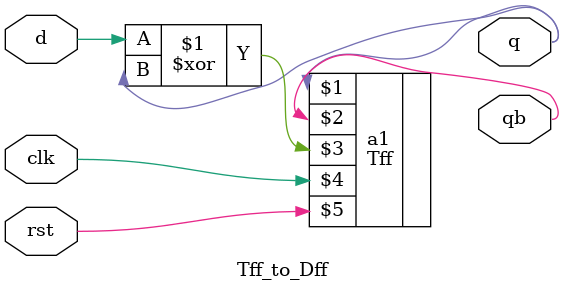
<source format=v>
`timescale 1ns / 1ps
module Tff_to_Dff(q,qb,d,clk,rst);
input d;
input clk,rst;
output q,qb;
Tff a1(q,qb,d^q,clk,rst);
endmodule


/*
module Tff_to_Dff(q,qb,s,r,c,rs
    );
input rs,c,s,r;
output q,qb;
wire d;
assign d=;
Dff f1(q,qb,d,c,rs);
endmodule
*/
</source>
